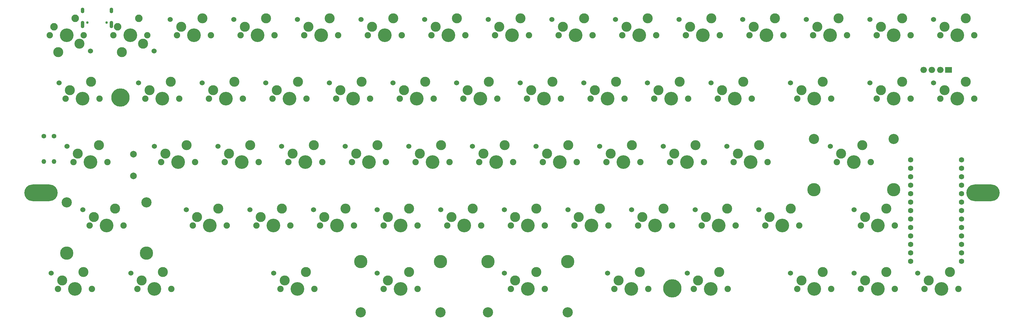
<source format=gbr>
%TF.GenerationSoftware,KiCad,Pcbnew,(6.0.5)*%
%TF.CreationDate,2022-10-29T17:12:18+09:00*%
%TF.ProjectId,tatamikomo,74617461-6d69-46b6-9f6d-6f2e6b696361,rev?*%
%TF.SameCoordinates,Original*%
%TF.FileFunction,Soldermask,Top*%
%TF.FilePolarity,Negative*%
%FSLAX46Y46*%
G04 Gerber Fmt 4.6, Leading zero omitted, Abs format (unit mm)*
G04 Created by KiCad (PCBNEW (6.0.5)) date 2022-10-29 17:12:18*
%MOMM*%
%LPD*%
G01*
G04 APERTURE LIST*
%ADD10C,1.900000*%
%ADD11C,3.000000*%
%ADD12C,4.100000*%
%ADD13C,1.524000*%
%ADD14C,1.750000*%
%ADD15C,3.987800*%
%ADD16C,2.250000*%
%ADD17C,1.600000*%
%ADD18O,2.000000X1.800000*%
%ADD19R,2.000000X1.800000*%
%ADD20C,3.048000*%
%ADD21C,5.500000*%
%ADD22O,10.000000X5.000000*%
%ADD23C,0.750000*%
%ADD24O,1.100000X1.700000*%
%ADD25O,1.100000X2.200000*%
%ADD26C,1.400000*%
%ADD27O,1.400000X1.400000*%
%ADD28C,2.000000*%
G04 APERTURE END LIST*
D10*
%TO.C,SW59*%
X178550714Y-121812964D03*
D11*
X186170714Y-116732964D03*
X179820714Y-119272964D03*
D10*
X188710714Y-121812964D03*
D12*
X183630714Y-121812964D03*
D13*
X176545714Y-117062964D03*
%TD*%
D11*
%TO.C,SW61*%
X240938214Y-116732964D03*
D10*
X233318214Y-121812964D03*
D11*
X234588214Y-119272964D03*
D12*
X238398214Y-121812964D03*
D10*
X243478214Y-121812964D03*
D13*
X231313214Y-117062964D03*
%TD*%
D10*
%TO.C,SW8*%
X142831714Y-45612964D03*
D12*
X147911714Y-45612964D03*
D10*
X152991714Y-45612964D03*
D11*
X144101714Y-43072964D03*
X150451714Y-40532964D03*
D13*
X140826714Y-40862964D03*
%TD*%
D10*
%TO.C,SW46*%
X109493714Y-102762964D03*
D12*
X114573714Y-102762964D03*
D11*
X117113714Y-97682964D03*
X110763714Y-100222964D03*
D10*
X119653714Y-102762964D03*
D13*
X107488714Y-98012964D03*
%TD*%
D10*
%TO.C,SW55*%
X35745714Y-121812964D03*
D12*
X40825714Y-121812964D03*
D10*
X45905714Y-121812964D03*
D11*
X43365714Y-116732964D03*
X37015714Y-119272964D03*
D13*
X33740714Y-117062964D03*
%TD*%
D11*
%TO.C,SW37*%
X158388714Y-81172964D03*
D12*
X162198714Y-83712964D03*
D10*
X157118714Y-83712964D03*
D11*
X164738714Y-78632964D03*
D10*
X167278714Y-83712964D03*
D13*
X155113714Y-78962964D03*
%TD*%
D11*
%TO.C,SW49*%
X167913714Y-100222964D03*
D10*
X176803714Y-102762964D03*
X166643714Y-102762964D03*
D12*
X171723714Y-102762964D03*
D11*
X174263714Y-97682964D03*
D13*
X164638714Y-98012964D03*
%TD*%
D11*
%TO.C,SW51*%
X206013714Y-100222964D03*
D10*
X204743714Y-102762964D03*
X214903714Y-102762964D03*
D11*
X212363714Y-97682964D03*
D12*
X209823714Y-102762964D03*
D13*
X202738714Y-98012964D03*
%TD*%
D14*
%TO.C,SW1*%
X19641714Y-45612964D03*
D15*
X14561714Y-45612964D03*
D14*
X9481714Y-45612964D03*
D16*
X17101714Y-40532964D03*
X10751714Y-43072964D03*
%TD*%
D10*
%TO.C,SW27*%
X233318714Y-64662964D03*
D11*
X234588714Y-62122964D03*
X240938714Y-59582964D03*
D12*
X238398714Y-64662964D03*
D10*
X243478714Y-64662964D03*
D13*
X231313714Y-59912964D03*
%TD*%
D10*
%TO.C,SW17*%
X38055714Y-64662964D03*
D12*
X43135714Y-64662964D03*
D10*
X48215714Y-64662964D03*
D11*
X39325714Y-62122964D03*
X45675714Y-59582964D03*
D13*
X36050714Y-59912964D03*
%TD*%
D17*
%TO.C,U1*%
X282529714Y-85603464D03*
X282539714Y-88143464D03*
X282539714Y-90683464D03*
X282539714Y-93223464D03*
X282539714Y-95763464D03*
X282539714Y-98303464D03*
X282539714Y-100843464D03*
X282539714Y-103383464D03*
X282539714Y-105923464D03*
X282539714Y-108463464D03*
X282539714Y-111003464D03*
X282539714Y-113543464D03*
X267279714Y-113543464D03*
X267279714Y-111003464D03*
X267279714Y-108463464D03*
X267279714Y-105923464D03*
X267279714Y-103383464D03*
X267279714Y-100843464D03*
X267279714Y-98303464D03*
X267279714Y-95763464D03*
X267289714Y-93223464D03*
X267289714Y-90683464D03*
X267289714Y-88143464D03*
X267289714Y-85603464D03*
X267289714Y-83063464D03*
X282529714Y-83063464D03*
%TD*%
D11*
%TO.C,SW14*%
X258401714Y-43072964D03*
D10*
X257131714Y-45612964D03*
D11*
X264751714Y-40532964D03*
D12*
X262211714Y-45612964D03*
D10*
X267291714Y-45612964D03*
D13*
X255126714Y-40862964D03*
%TD*%
D12*
%TO.C,SW3*%
X52661714Y-45612964D03*
D10*
X57741714Y-45612964D03*
D11*
X48851714Y-43072964D03*
D10*
X47581714Y-45612964D03*
D11*
X55201714Y-40532964D03*
D13*
X45576714Y-40862964D03*
%TD*%
D18*
%TO.C,J1*%
X271159714Y-56053464D03*
X273659714Y-56053464D03*
X276159714Y-56053464D03*
D19*
X278659714Y-56053464D03*
%TD*%
D10*
%TO.C,SW41*%
X255384714Y-83712964D03*
D11*
X252844714Y-78632964D03*
X246494714Y-81172964D03*
D15*
X238366714Y-91967964D03*
D10*
X245224714Y-83712964D03*
D20*
X238366714Y-76727964D03*
D15*
X262242714Y-91967964D03*
D20*
X262242714Y-76727964D03*
D12*
X250304714Y-83712964D03*
D13*
X243219714Y-78962964D03*
%TD*%
D11*
%TO.C,SW33*%
X88538714Y-78632964D03*
X82188714Y-81172964D03*
D12*
X85998714Y-83712964D03*
D10*
X80918714Y-83712964D03*
X91078714Y-83712964D03*
D13*
X78913714Y-78962964D03*
%TD*%
D10*
%TO.C,SW11*%
X199981714Y-45612964D03*
D12*
X205061714Y-45612964D03*
D11*
X207601714Y-40532964D03*
D10*
X210141714Y-45612964D03*
D11*
X201251714Y-43072964D03*
D13*
X197976714Y-40862964D03*
%TD*%
D10*
%TO.C,SW62*%
X252368214Y-121812964D03*
D12*
X257448214Y-121812964D03*
D11*
X253638214Y-119272964D03*
X259988214Y-116732964D03*
D10*
X262528214Y-121812964D03*
D13*
X250363214Y-117062964D03*
%TD*%
D10*
%TO.C,SW54*%
X22093714Y-121812964D03*
D11*
X13203714Y-119272964D03*
X19553714Y-116732964D03*
D12*
X17013714Y-121812964D03*
D10*
X11933714Y-121812964D03*
D13*
X9928714Y-117062964D03*
%TD*%
D11*
%TO.C,SW50*%
X193313714Y-97682964D03*
D10*
X185693714Y-102762964D03*
D11*
X186963714Y-100222964D03*
D10*
X195853714Y-102762964D03*
D12*
X190773714Y-102762964D03*
D13*
X183688714Y-98012964D03*
%TD*%
D12*
%TO.C,SW16*%
X19323714Y-64662964D03*
D11*
X15513714Y-62122964D03*
D10*
X24403714Y-64662964D03*
X14243714Y-64662964D03*
D11*
X21863714Y-59582964D03*
D13*
X12238714Y-59912964D03*
%TD*%
D11*
%TO.C,SW15*%
X283801714Y-40532964D03*
D10*
X286341714Y-45612964D03*
D12*
X281261714Y-45612964D03*
D11*
X277451714Y-43072964D03*
D10*
X276181714Y-45612964D03*
D13*
X274176714Y-40862964D03*
%TD*%
D20*
%TO.C,SW42*%
X14529714Y-95777964D03*
D10*
X21387714Y-102762964D03*
D11*
X29007714Y-97682964D03*
D15*
X38405714Y-111017964D03*
D11*
X22657714Y-100222964D03*
D15*
X14529714Y-111017964D03*
D20*
X38405714Y-95777964D03*
D12*
X26467714Y-102762964D03*
D10*
X31547714Y-102762964D03*
D13*
X19382714Y-98012964D03*
%TD*%
D11*
%TO.C,SW20*%
X102825714Y-59582964D03*
D10*
X105365714Y-64662964D03*
X95205714Y-64662964D03*
D12*
X100285714Y-64662964D03*
D11*
X96475714Y-62122964D03*
D13*
X93200714Y-59912964D03*
%TD*%
D12*
%TO.C,SW5*%
X90761714Y-45612964D03*
D10*
X95841714Y-45612964D03*
D11*
X93301714Y-40532964D03*
D10*
X85681714Y-45612964D03*
D11*
X86951714Y-43072964D03*
D13*
X83676714Y-40862964D03*
%TD*%
D11*
%TO.C,SW34*%
X101238714Y-81172964D03*
D10*
X110128714Y-83712964D03*
X99968714Y-83712964D03*
D11*
X107588714Y-78632964D03*
D12*
X105048714Y-83712964D03*
D13*
X97963714Y-78962964D03*
%TD*%
D12*
%TO.C,SW7*%
X128861714Y-45612964D03*
D10*
X123781714Y-45612964D03*
D11*
X131401714Y-40532964D03*
X125051714Y-43072964D03*
D10*
X133941714Y-45612964D03*
D13*
X121776714Y-40862964D03*
%TD*%
D15*
%TO.C,SW2*%
X33611714Y-45612964D03*
D14*
X28531714Y-45612964D03*
X38691714Y-45612964D03*
D16*
X36151714Y-40532964D03*
X29801714Y-43072964D03*
%TD*%
D11*
%TO.C,SW28*%
X258400714Y-62122964D03*
X264750714Y-59582964D03*
D10*
X267290714Y-64662964D03*
X257130714Y-64662964D03*
D12*
X262210714Y-64662964D03*
D13*
X255125714Y-59912964D03*
%TD*%
D11*
%TO.C,SW1*%
X12021714Y-50692964D03*
D10*
X19641714Y-45612964D03*
D12*
X14561714Y-45612964D03*
D10*
X9481714Y-45612964D03*
D11*
X18371714Y-48152964D03*
D13*
X21646714Y-50362964D03*
%TD*%
D11*
%TO.C,SW25*%
X198075714Y-59582964D03*
D10*
X200615714Y-64662964D03*
D12*
X195535714Y-64662964D03*
D10*
X190455714Y-64662964D03*
D11*
X191725714Y-62122964D03*
D13*
X188450714Y-59912964D03*
%TD*%
D11*
%TO.C,SW45*%
X98063714Y-97682964D03*
X91713714Y-100222964D03*
D10*
X100603714Y-102762964D03*
X90443714Y-102762964D03*
D12*
X95523714Y-102762964D03*
D13*
X88438714Y-98012964D03*
%TD*%
D10*
%TO.C,SW24*%
X181565714Y-64662964D03*
X171405714Y-64662964D03*
D11*
X179025714Y-59582964D03*
D12*
X176485714Y-64662964D03*
D11*
X172675714Y-62122964D03*
D13*
X169400714Y-59912964D03*
%TD*%
D21*
%TO.C,H3*%
X30613514Y-64315014D03*
%TD*%
D11*
%TO.C,SW44*%
X79013714Y-97682964D03*
D12*
X76473714Y-102762964D03*
D10*
X71393714Y-102762964D03*
X81553714Y-102762964D03*
D11*
X72663714Y-100222964D03*
D13*
X69388714Y-98012964D03*
%TD*%
D12*
%TO.C,SW40*%
X219348714Y-83712964D03*
D10*
X224428714Y-83712964D03*
D11*
X215538714Y-81172964D03*
X221888714Y-78632964D03*
D10*
X214268714Y-83712964D03*
D13*
X212263714Y-78962964D03*
%TD*%
D10*
%TO.C,SW10*%
X191091714Y-45612964D03*
D11*
X188551714Y-40532964D03*
D10*
X180931714Y-45612964D03*
D11*
X182201714Y-43072964D03*
D12*
X186011714Y-45612964D03*
D13*
X178926714Y-40862964D03*
%TD*%
D11*
%TO.C,SW2*%
X31071714Y-50692964D03*
D10*
X38691714Y-45612964D03*
X28531714Y-45612964D03*
D12*
X33611714Y-45612964D03*
D11*
X37421714Y-48152964D03*
D13*
X40696714Y-50362964D03*
%TD*%
D10*
%TO.C,SW43*%
X62503714Y-102762964D03*
D11*
X53613714Y-100222964D03*
D12*
X57423714Y-102762964D03*
D11*
X59963714Y-97682964D03*
D10*
X52343714Y-102762964D03*
D13*
X50338714Y-98012964D03*
%TD*%
D12*
%TO.C,SW63*%
X276498214Y-121812964D03*
D10*
X281578214Y-121812964D03*
X271418214Y-121812964D03*
D11*
X272688214Y-119272964D03*
X279038214Y-116732964D03*
D13*
X269413214Y-117062964D03*
%TD*%
D10*
%TO.C,SW38*%
X176168714Y-83712964D03*
X186328714Y-83712964D03*
D12*
X181248714Y-83712964D03*
D11*
X177438714Y-81172964D03*
X183788714Y-78632964D03*
D13*
X174163714Y-78962964D03*
%TD*%
D11*
%TO.C,SW6*%
X106001714Y-43072964D03*
D10*
X104731714Y-45612964D03*
X114891714Y-45612964D03*
D12*
X109811714Y-45612964D03*
D11*
X112351714Y-40532964D03*
D13*
X102726714Y-40862964D03*
%TD*%
D12*
%TO.C,SW48*%
X152673714Y-102762964D03*
D10*
X157753714Y-102762964D03*
D11*
X155213714Y-97682964D03*
X148863714Y-100222964D03*
D10*
X147593714Y-102762964D03*
D13*
X145588714Y-98012964D03*
%TD*%
D12*
%TO.C,SW18*%
X62185714Y-64662964D03*
D10*
X67265714Y-64662964D03*
D11*
X58375714Y-62122964D03*
D10*
X57105714Y-64662964D03*
D11*
X64725714Y-59582964D03*
D13*
X55100714Y-59912964D03*
%TD*%
D11*
%TO.C,SW12*%
X226651714Y-40532964D03*
D10*
X229191714Y-45612964D03*
D11*
X220301714Y-43072964D03*
D10*
X219031714Y-45612964D03*
D12*
X224111714Y-45612964D03*
D13*
X217026714Y-40862964D03*
%TD*%
D11*
%TO.C,SW9*%
X163151714Y-43072964D03*
D12*
X166961714Y-45612964D03*
D10*
X172041714Y-45612964D03*
D11*
X169501714Y-40532964D03*
D10*
X161881714Y-45612964D03*
D13*
X159876714Y-40862964D03*
%TD*%
D10*
%TO.C,SW26*%
X209505714Y-64662964D03*
X219665714Y-64662964D03*
D12*
X214585714Y-64662964D03*
D11*
X217125714Y-59582964D03*
X210775714Y-62122964D03*
D13*
X207500714Y-59912964D03*
%TD*%
D11*
%TO.C,SW36*%
X145688714Y-78632964D03*
X139338714Y-81172964D03*
D10*
X148228714Y-83712964D03*
X138068714Y-83712964D03*
D12*
X143148714Y-83712964D03*
D13*
X136063714Y-78962964D03*
%TD*%
D20*
%TO.C,SW57*%
X102636714Y-128797964D03*
D12*
X114574714Y-121812964D03*
D10*
X119654714Y-121812964D03*
D11*
X117114714Y-116732964D03*
D10*
X109494714Y-121812964D03*
D15*
X126512714Y-113557964D03*
X102636714Y-113557964D03*
D11*
X110764714Y-119272964D03*
D20*
X126512714Y-128797964D03*
D13*
X107489714Y-117062964D03*
%TD*%
D10*
%TO.C,SW52*%
X233953714Y-102762964D03*
X223793714Y-102762964D03*
D11*
X231413714Y-97682964D03*
D12*
X228873714Y-102762964D03*
D11*
X225063714Y-100222964D03*
D13*
X221788714Y-98012964D03*
%TD*%
D12*
%TO.C,SW47*%
X133623714Y-102762964D03*
D11*
X129813714Y-100222964D03*
D10*
X138703714Y-102762964D03*
D11*
X136163714Y-97682964D03*
D10*
X128543714Y-102762964D03*
D13*
X126538714Y-98012964D03*
%TD*%
D22*
%TO.C,H1*%
X6873114Y-92915414D03*
%TD*%
D11*
%TO.C,SW4*%
X67901714Y-43072964D03*
D12*
X71711714Y-45612964D03*
D10*
X76791714Y-45612964D03*
D11*
X74251714Y-40532964D03*
D10*
X66631714Y-45612964D03*
D13*
X64626714Y-40862964D03*
%TD*%
D12*
%TO.C,SW56*%
X83618714Y-121812964D03*
D10*
X78538714Y-121812964D03*
D11*
X79808714Y-119272964D03*
D10*
X88698714Y-121812964D03*
D11*
X86158714Y-116732964D03*
D13*
X76533714Y-117062964D03*
%TD*%
D10*
%TO.C,SW21*%
X124415714Y-64662964D03*
X114255714Y-64662964D03*
D11*
X121875714Y-59582964D03*
X115525714Y-62122964D03*
D12*
X119335714Y-64662964D03*
D13*
X112250714Y-59912964D03*
%TD*%
D20*
%TO.C,SW58*%
X164612714Y-128797964D03*
X140736714Y-128797964D03*
D10*
X157754714Y-121812964D03*
D15*
X140736714Y-113557964D03*
D12*
X152674714Y-121812964D03*
D15*
X164612714Y-113557964D03*
D10*
X147594714Y-121812964D03*
D11*
X155214714Y-116732964D03*
X148864714Y-119272964D03*
D13*
X145589714Y-117062964D03*
%TD*%
D10*
%TO.C,SW31*%
X52978714Y-83712964D03*
X42818714Y-83712964D03*
D12*
X47898714Y-83712964D03*
D11*
X50438714Y-78632964D03*
X44088714Y-81172964D03*
D13*
X40813714Y-78962964D03*
%TD*%
D12*
%TO.C,SW29*%
X281260714Y-64662964D03*
D11*
X283800714Y-59582964D03*
D10*
X286340714Y-64662964D03*
D11*
X277450714Y-62122964D03*
D10*
X276180714Y-64662964D03*
D13*
X274175714Y-59912964D03*
%TD*%
D11*
%TO.C,SW32*%
X63138714Y-81172964D03*
D12*
X66948714Y-83712964D03*
D10*
X72028714Y-83712964D03*
D11*
X69488714Y-78632964D03*
D10*
X61868714Y-83712964D03*
D13*
X59863714Y-78962964D03*
%TD*%
D10*
%TO.C,SW39*%
X195218714Y-83712964D03*
X205378714Y-83712964D03*
D11*
X202838714Y-78632964D03*
X196488714Y-81172964D03*
D12*
X200298714Y-83712964D03*
D13*
X193213714Y-78962964D03*
%TD*%
D10*
%TO.C,SW35*%
X119018714Y-83712964D03*
X129178714Y-83712964D03*
D11*
X126638714Y-78632964D03*
D12*
X124098714Y-83712964D03*
D11*
X120288714Y-81172964D03*
D13*
X117013714Y-78962964D03*
%TD*%
D22*
%TO.C,H2*%
X288955114Y-92915414D03*
%TD*%
D12*
%TO.C,SW23*%
X157435714Y-64662964D03*
D10*
X152355714Y-64662964D03*
D11*
X159975714Y-59582964D03*
D10*
X162515714Y-64662964D03*
D11*
X153625714Y-62122964D03*
D13*
X150350714Y-59912964D03*
%TD*%
D11*
%TO.C,SW60*%
X203632714Y-119272964D03*
D10*
X202362714Y-121812964D03*
D11*
X209982714Y-116732964D03*
D10*
X212522714Y-121812964D03*
D12*
X207442714Y-121812964D03*
D13*
X200357714Y-117062964D03*
%TD*%
D12*
%TO.C,SW53*%
X257448214Y-102762964D03*
D11*
X259988214Y-97682964D03*
X253638214Y-100222964D03*
D10*
X262528214Y-102762964D03*
X252368214Y-102762964D03*
D13*
X250363214Y-98012964D03*
%TD*%
D11*
%TO.C,SW13*%
X245701714Y-40532964D03*
D10*
X238081714Y-45612964D03*
D12*
X243161714Y-45612964D03*
D11*
X239351714Y-43072964D03*
D10*
X248241714Y-45612964D03*
D13*
X236076714Y-40862964D03*
%TD*%
D12*
%TO.C,SW30*%
X21704714Y-83712964D03*
D11*
X17894714Y-81172964D03*
X24244714Y-78632964D03*
D10*
X26784714Y-83712964D03*
X16624714Y-83712964D03*
D13*
X14619714Y-78962964D03*
%TD*%
D11*
%TO.C,SW19*%
X77425714Y-62122964D03*
X83775714Y-59582964D03*
D10*
X86315714Y-64662964D03*
D12*
X81235714Y-64662964D03*
D10*
X76155714Y-64662964D03*
D13*
X74150714Y-59912964D03*
%TD*%
D21*
%TO.C,H6*%
X195913614Y-121614914D03*
%TD*%
D11*
%TO.C,SW22*%
X140925714Y-59582964D03*
D10*
X143465714Y-64662964D03*
D12*
X138385714Y-64662964D03*
D11*
X134575714Y-62122964D03*
D10*
X133305714Y-64662964D03*
D13*
X131300714Y-59912964D03*
%TD*%
D23*
%TO.C,USB1*%
X20724214Y-41838964D03*
X26504214Y-41838964D03*
D24*
X27934214Y-38188964D03*
X19294214Y-38188964D03*
D25*
X27934214Y-42368964D03*
X19294214Y-42368964D03*
%TD*%
D26*
%TO.C,R1*%
X10704714Y-75902964D03*
D27*
X10704714Y-83522964D03*
%TD*%
D26*
%TO.C,R2*%
X7704714Y-75902964D03*
D27*
X7704714Y-83522964D03*
%TD*%
D28*
%TO.C,RSW1*%
X34565214Y-81362214D03*
X34565214Y-87862214D03*
%TD*%
M02*

</source>
